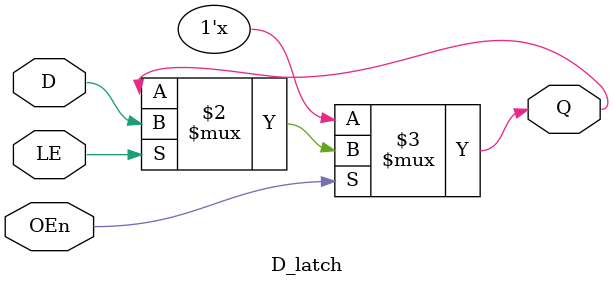
<source format=v>
module D_latch(D,Q,LE,OEn);
	input D,LE,OEn;
	output Q;
	
	assign Q = !OEn ? 1'bz : (LE ? D : Q); 
	
	
//	
//	always@(D,LE,OEn)
//		if(!OEn)
//			Q <= 1'bz;
//		else
//			if(LE)
//				Q <= D;
//	//		else
//	//			Q <= Q;
endmodule

</source>
